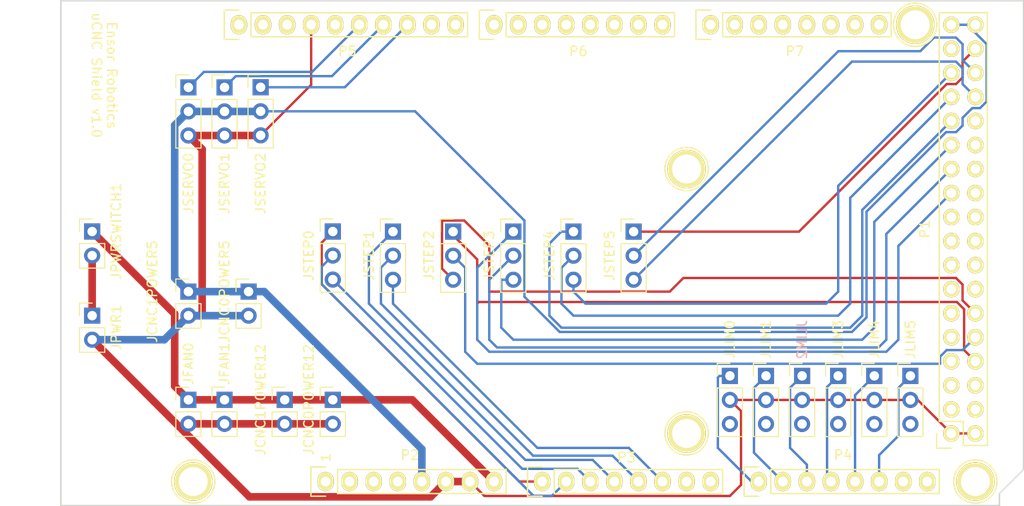
<source format=kicad_pcb>
(kicad_pcb (version 20211014) (generator pcbnew)
  (title_block (date "mar. 31 mars 2015"))
  (layers (0 "F.Cu" signal) (31 "B.Cu" signal) (34 "B.Paste" user) (35 "F.Paste" user) (36 "B.SilkS" user "B.Silkscreen") (37 "F.SilkS" user "F.Silkscreen") (38 "B.Mask" user) (39 "F.Mask" user) (44 "Edge.Cuts" user))
  (net 0 "")
  (net 1 "GND")
  (net 2 "/52(SCK)")
  (net 3 "/53(SS)")
  (net 4 "/50(MISO)")
  (net 5 "/51(MOSI)")
  (net 6 "/48")
  (net 7 "/49")
  (net 8 "/46")
  (net 9 "/47")
  (net 10 "/44")
  (net 11 "/45")
  (net 12 "/42")
  (net 13 "/43")
  (net 14 "/40")
  (net 15 "/41")
  (net 16 "/38")
  (net 17 "/39")
  (net 19 "/37")
  (net 20 "/34")
  (net 21 "/35")
  (net 22 "/32")
  (net 23 "/33")
  (net 24 "/30")
  (net 25 "/31")
  (net 26 "/28")
  (net 27 "/29")
  (net 28 "/26")
  (net 29 "/27")
  (net 30 "/24")
  (net 31 "/25")
  (net 32 "/22")
  (net 33 "/23")
  (net 34 "+5V")
  (net 35 "/IOREF")
  (net 36 "/Reset")
  (net 37 "/Vin")
  (net 38 "/A0")
  (net 39 "/A1")
  (net 40 "/A2")
  (net 41 "/A3")
  (net 42 "/A4")
  (net 43 "/A5")
  (net 44 "/A6")
  (net 45 "/A7")
  (net 46 "/A8")
  (net 47 "/A9")
  (net 48 "/A10")
  (net 49 "/A11")
  (net 50 "/A12")
  (net 51 "/A13")
  (net 52 "/A14")
  (net 53 "/A15")
  (net 54 "/SCL")
  (net 55 "/SDA")
  (net 56 "/AREF")
  (net 57 "/13(**)")
  (net 58 "/12(**)")
  (net 59 "/11(**)")
  (net 60 "/10(**)")
  (net 61 "/9(**)")
  (net 62 "/8(**)")
  (net 63 "/7(**)")
  (net 64 "/6(**)")
  (net 65 "/5(**)")
  (net 66 "/4(**)")
  (net 67 "/3(**)")
  (net 68 "/2(**)")
  (net 69 "/20(SDA)")
  (net 70 "/21(SCL)")
  (net 77 "+3V3")
  (net 78 "/1(Tx0)")
  (net 79 "/0(Rx0)")
  (net 80 "/14(Tx3)")
  (net 81 "/15(Rx3)")
  (net 82 "/16(Tx2)")
  (net 83 "/17(Rx2)")
  (net 84 "/18(Tx1)")
  (net 85 "/19(Rx1)")
  (net 92 "Net-(JPWR1-Pad1)")
  (footprint "Socket_Arduino_Mega:Socket_Strip_Arduino_2x18" (layer "F.Cu") (at 197.358 114.046 90)
    (fp_text reference "P1" (at 21.59 -2.794 90) (layer "F.SilkS"))
    (fp_text value "Digital")
    (pad "1" thru_hole circle locked (at 0 0 90) (size 1.7272 1.7272) (drill 1.016) (layers *.Cu *.Mask "F.SilkS") (net 1 "GND"))
    (pad "2" thru_hole oval locked (at 0 2.54 90) (size 1.7272 1.7272) (drill 1.016) (layers *.Cu *.Mask "F.SilkS") (net 1 "GND"))
    (pad "3" thru_hole oval locked (at 2.54 0 90) (size 1.7272 1.7272) (drill 1.016) (layers *.Cu *.Mask "F.SilkS") (net 2 "/52(SCK)"))
    (pad "4" thru_hole oval locked (at 2.54 2.54 90) (size 1.7272 1.7272) (drill 1.016) (layers *.Cu *.Mask "F.SilkS") (net 3 "/53(SS)"))
    (pad "5" thru_hole oval locked (at 5.08 0 90) (size 1.7272 1.7272) (drill 1.016) (layers *.Cu *.Mask "F.SilkS") (net 4 "/50(MISO)"))
    (pad "6" thru_hole oval locked (at 5.08 2.54 90) (size 1.7272 1.7272) (drill 1.016) (layers *.Cu *.Mask "F.SilkS") (net 5 "/51(MOSI)"))
    (pad "7" thru_hole oval locked (at 7.62 0 90) (size 1.7272 1.7272) (drill 1.016) (layers *.Cu *.Mask "F.SilkS") (net 6 "/48"))
    (pad "8" thru_hole oval locked (at 7.62 2.54 90) (size 1.7272 1.7272) (drill 1.016) (layers *.Cu *.Mask "F.SilkS") (net 7 "/49"))
    (pad "9" thru_hole oval locked (at 10.16 0 90) (size 1.7272 1.7272) (drill 1.016) (layers *.Cu *.Mask "F.SilkS") (net 8 "/46"))
    (pad "10" thru_hole oval locked (at 10.16 2.54 90) (size 1.7272 1.7272) (drill 1.016) (layers *.Cu *.Mask "F.SilkS") (net 9 "/47"))
    (pad "11" thru_hole oval locked (at 12.7 0 90) (size 1.7272 1.7272) (drill 1.016) (layers *.Cu *.Mask "F.SilkS") (net 10 "/44"))
    (pad "12" thru_hole oval locked (at 12.7 2.54 90) (size 1.7272 1.7272) (drill 1.016) (layers *.Cu *.Mask "F.SilkS") (net 11 "/45"))
    (pad "13" thru_hole oval locked (at 15.24 0 90) (size 1.7272 1.7272) (drill 1.016) (layers *.Cu *.Mask "F.SilkS") (net 12 "/42"))
    (pad "14" thru_hole oval locked (at 15.24 2.54 90) (size 1.7272 1.7272) (drill 1.016) (layers *.Cu *.Mask "F.SilkS") (net 13 "/43"))
    (pad "15" thru_hole oval locked (at 17.78 0 90) (size 1.7272 1.7272) (drill 1.016) (layers *.Cu *.Mask "F.SilkS") (net 14 "/40"))
    (pad "16" thru_hole oval locked (at 17.78 2.54 90) (size 1.7272 1.7272) (drill 1.016) (layers *.Cu *.Mask "F.SilkS") (net 15 "/41"))
    (pad "17" thru_hole oval locked (at 20.32 0 90) (size 1.7272 1.7272) (drill 1.016) (layers *.Cu *.Mask "F.SilkS") (net 16 "/38"))
    (pad "18" thru_hole oval locked (at 20.32 2.54 90) (size 1.7272 1.7272) (drill 1.016) (layers *.Cu *.Mask "F.SilkS") (net 17 "/39"))
    (pad "19" thru_hole oval locked (at 22.86 0 90) (size 1.7272 1.7272) (drill 1.016) (layers *.Cu *.Mask "F.SilkS"))
    (pad "20" thru_hole oval locked (at 22.86 2.54 90) (size 1.7272 1.7272) (drill 1.016) (layers *.Cu *.Mask "F.SilkS") (net 19 "/37"))
    (pad "21" thru_hole oval locked (at 25.4 0 90) (size 1.7272 1.7272) (drill 1.016) (layers *.Cu *.Mask "F.SilkS") (net 20 "/34"))
    (pad "22" thru_hole oval locked (at 25.4 2.54 90) (size 1.7272 1.7272) (drill 1.016) (layers *.Cu *.Mask "F.SilkS") (net 21 "/35"))
    (pad "23" thru_hole oval locked (at 27.94 0 90) (size 1.7272 1.7272) (drill 1.016) (layers *.Cu *.Mask "F.SilkS") (net 22 "/32"))
    (pad "24" thru_hole oval locked (at 27.94 2.54 90) (size 1.7272 1.7272) (drill 1.016) (layers *.Cu *.Mask "F.SilkS") (net 23 "/33"))
    (pad "25" thru_hole oval locked (at 30.48 0 90) (size 1.7272 1.7272) (drill 1.016) (layers *.Cu *.Mask "F.SilkS") (net 24 "/30"))
    (pad "26" thru_hole oval locked (at 30.48 2.54 90) (size 1.7272 1.7272) (drill 1.016) (layers *.Cu *.Mask "F.SilkS") (net 25 "/31"))
    (pad "27" thru_hole oval locked (at 33.02 0 90) (size 1.7272 1.7272) (drill 1.016) (layers *.Cu *.Mask "F.SilkS") (net 26 "/28"))
    (pad "28" thru_hole oval locked (at 33.02 2.54 90) (size 1.7272 1.7272) (drill 1.016) (layers *.Cu *.Mask "F.SilkS") (net 27 "/29"))
    (pad "29" thru_hole oval locked (at 35.56 0 90) (size 1.7272 1.7272) (drill 1.016) (layers *.Cu *.Mask "F.SilkS") (net 28 "/26"))
    (pad "30" thru_hole oval locked (at 35.56 2.54 90) (size 1.7272 1.7272) (drill 1.016) (layers *.Cu *.Mask "F.SilkS") (net 29 "/27"))
    (pad "31" thru_hole oval locked (at 38.1 0 90) (size 1.7272 1.7272) (drill 1.016) (layers *.Cu *.Mask "F.SilkS") (net 30 "/24"))
    (pad "32" thru_hole oval locked (at 38.1 2.54 90) (size 1.7272 1.7272) (drill 1.016) (layers *.Cu *.Mask "F.SilkS") (net 31 "/25"))
    (pad "33" thru_hole oval locked (at 40.64 0 90) (size 1.7272 1.7272) (drill 1.016) (layers *.Cu *.Mask "F.SilkS") (net 32 "/22"))
    (pad "34" thru_hole oval locked (at 40.64 2.54 90) (size 1.7272 1.7272) (drill 1.016) (layers *.Cu *.Mask "F.SilkS") (net 33 "/23"))
    (pad "35" thru_hole oval locked (at 43.18 0 90) (size 1.7272 1.7272) (drill 1.016) (layers *.Cu *.Mask "F.SilkS") (net 34 "+5V"))
    (pad "36" thru_hole oval locked (at 43.18 2.54 90) (size 1.7272 1.7272) (drill 1.016) (layers *.Cu *.Mask "F.SilkS") (net 34 "+5V"))
  )
  (footprint "Socket_Arduino_Mega:Socket_Strip_Arduino_1x08" (layer "F.Cu") (at 131.318 119.126)
    (fp_text reference "P2" (at 8.89 -2.794) (layer "F.SilkS"))
    (fp_text value "Power")
    (pad "1" thru_hole oval locked (at 0 0) (size 1.7272 2.032) (drill 1.016) (layers *.Cu *.Mask "F.SilkS"))
    (pad "2" thru_hole oval locked (at 2.54 0) (size 1.7272 2.032) (drill 1.016) (layers *.Cu *.Mask "F.SilkS") (net 35 "/IOREF"))
    (pad "3" thru_hole oval locked (at 5.08 0) (size 1.7272 2.032) (drill 1.016) (layers *.Cu *.Mask "F.SilkS") (net 36 "/Reset"))
    (pad "4" thru_hole oval locked (at 7.62 0) (size 1.7272 2.032) (drill 1.016) (layers *.Cu *.Mask "F.SilkS") (net 77 "+3V3"))
    (pad "5" thru_hole oval locked (at 10.16 0) (size 1.7272 2.032) (drill 1.016) (layers *.Cu *.Mask "F.SilkS") (net 34 "+5V"))
    (pad "6" thru_hole oval locked (at 12.7 0) (size 1.7272 2.032) (drill 1.016) (layers *.Cu *.Mask "F.SilkS") (net 1 "GND"))
    (pad "7" thru_hole oval locked (at 15.24 0) (size 1.7272 2.032) (drill 1.016) (layers *.Cu *.Mask "F.SilkS") (net 1 "GND"))
    (pad "8" thru_hole oval locked (at 17.78 0) (size 1.7272 2.032) (drill 1.016) (layers *.Cu *.Mask "F.SilkS") (net 37 "/Vin"))
  )
  (footprint "Socket_Arduino_Mega:Socket_Strip_Arduino_1x08" (layer "F.Cu") (at 154.178 119.126)
    (fp_text reference "P3" (at 8.89 -2.54) (layer "F.SilkS"))
    (fp_text value "Analog")
    (pad "1" thru_hole oval locked (at 0 0) (size 1.7272 2.032) (drill 1.016) (layers *.Cu *.Mask "F.SilkS") (net 38 "/A0"))
    (pad "2" thru_hole oval locked (at 2.54 0) (size 1.7272 2.032) (drill 1.016) (layers *.Cu *.Mask "F.SilkS") (net 39 "/A1"))
    (pad "3" thru_hole oval locked (at 5.08 0) (size 1.7272 2.032) (drill 1.016) (layers *.Cu *.Mask "F.SilkS") (net 40 "/A2"))
    (pad "4" thru_hole oval locked (at 7.62 0) (size 1.7272 2.032) (drill 1.016) (layers *.Cu *.Mask "F.SilkS") (net 41 "/A3"))
    (pad "5" thru_hole oval locked (at 10.16 0) (size 1.7272 2.032) (drill 1.016) (layers *.Cu *.Mask "F.SilkS") (net 42 "/A4"))
    (pad "6" thru_hole oval locked (at 12.7 0) (size 1.7272 2.032) (drill 1.016) (layers *.Cu *.Mask "F.SilkS") (net 43 "/A5"))
    (pad "7" thru_hole oval locked (at 15.24 0) (size 1.7272 2.032) (drill 1.016) (layers *.Cu *.Mask "F.SilkS") (net 44 "/A6"))
    (pad "8" thru_hole oval locked (at 17.78 0) (size 1.7272 2.032) (drill 1.016) (layers *.Cu *.Mask "F.SilkS") (net 45 "/A7"))
  )
  (footprint "Socket_Arduino_Mega:Socket_Strip_Arduino_1x08" (layer "F.Cu") (at 177.038 119.126)
    (fp_text reference "P4" (at 8.89 -2.794) (layer "F.SilkS"))
    (fp_text value "Analog")
    (pad "1" thru_hole oval locked (at 0 0) (size 1.7272 2.032) (drill 1.016) (layers *.Cu *.Mask "F.SilkS") (net 46 "/A8"))
    (pad "2" thru_hole oval locked (at 2.54 0) (size 1.7272 2.032) (drill 1.016) (layers *.Cu *.Mask "F.SilkS") (net 47 "/A9"))
    (pad "3" thru_hole oval locked (at 5.08 0) (size 1.7272 2.032) (drill 1.016) (layers *.Cu *.Mask "F.SilkS") (net 48 "/A10"))
    (pad "4" thru_hole oval locked (at 7.62 0) (size 1.7272 2.032) (drill 1.016) (layers *.Cu *.Mask "F.SilkS") (net 49 "/A11"))
    (pad "5" thru_hole oval locked (at 10.16 0) (size 1.7272 2.032) (drill 1.016) (layers *.Cu *.Mask "F.SilkS") (net 50 "/A12"))
    (pad "6" thru_hole oval locked (at 12.7 0) (size 1.7272 2.032) (drill 1.016) (layers *.Cu *.Mask "F.SilkS") (net 51 "/A13"))
    (pad "7" thru_hole oval locked (at 15.24 0) (size 1.7272 2.032) (drill 1.016) (layers *.Cu *.Mask "F.SilkS") (net 52 "/A14"))
    (pad "8" thru_hole oval locked (at 17.78 0) (size 1.7272 2.032) (drill 1.016) (layers *.Cu *.Mask "F.SilkS") (net 53 "/A15"))
  )
  (footprint "Socket_Arduino_Mega:Socket_Strip_Arduino_1x10" (layer "F.Cu") (at 122.174 70.866)
    (fp_text reference "P5" (at 11.43 2.794) (layer "F.SilkS"))
    (fp_text value "PWM")
    (pad "1" thru_hole oval locked (at 0 0) (size 1.7272 2.032) (drill 1.016) (layers *.Cu *.Mask "F.SilkS") (net 54 "/SCL"))
    (pad "2" thru_hole oval locked (at 2.54 0) (size 1.7272 2.032) (drill 1.016) (layers *.Cu *.Mask "F.SilkS") (net 55 "/SDA"))
    (pad "3" thru_hole oval locked (at 5.08 0) (size 1.7272 2.032) (drill 1.016) (layers *.Cu *.Mask "F.SilkS") (net 56 "/AREF"))
    (pad "4" thru_hole oval locked (at 7.62 0) (size 1.7272 2.032) (drill 1.016) (layers *.Cu *.Mask "F.SilkS") (net 1 "GND"))
    (pad "5" thru_hole oval locked (at 10.16 0) (size 1.7272 2.032) (drill 1.016) (layers *.Cu *.Mask "F.SilkS") (net 57 "/13(**)"))
    (pad "6" thru_hole oval locked (at 12.7 0) (size 1.7272 2.032) (drill 1.016) (layers *.Cu *.Mask "F.SilkS") (net 58 "/12(**)"))
    (pad "7" thru_hole oval locked (at 15.24 0) (size 1.7272 2.032) (drill 1.016) (layers *.Cu *.Mask "F.SilkS") (net 59 "/11(**)"))
    (pad "8" thru_hole oval locked (at 17.78 0) (size 1.7272 2.032) (drill 1.016) (layers *.Cu *.Mask "F.SilkS") (net 60 "/10(**)"))
    (pad "9" thru_hole oval locked (at 20.32 0) (size 1.7272 2.032) (drill 1.016) (layers *.Cu *.Mask "F.SilkS") (net 61 "/9(**)"))
    (pad "10" thru_hole oval locked (at 22.86 0) (size 1.7272 2.032) (drill 1.016) (layers *.Cu *.Mask "F.SilkS") (net 62 "/8(**)"))
  )
  (footprint "Socket_Arduino_Mega:Socket_Strip_Arduino_1x08" (layer "F.Cu") (at 149.098 70.866)
    (fp_text reference "P6" (at 8.89 2.794) (layer "F.SilkS"))
    (fp_text value "PWM")
    (pad "1" thru_hole oval locked (at 0 0) (size 1.7272 2.032) (drill 1.016) (layers *.Cu *.Mask "F.SilkS") (net 63 "/7(**)"))
    (pad "2" thru_hole oval locked (at 2.54 0) (size 1.7272 2.032) (drill 1.016) (layers *.Cu *.Mask "F.SilkS") (net 64 "/6(**)"))
    (pad "3" thru_hole oval locked (at 5.08 0) (size 1.7272 2.032) (drill 1.016) (layers *.Cu *.Mask "F.SilkS") (net 65 "/5(**)"))
    (pad "4" thru_hole oval locked (at 7.62 0) (size 1.7272 2.032) (drill 1.016) (layers *.Cu *.Mask "F.SilkS") (net 66 "/4(**)"))
    (pad "5" thru_hole oval locked (at 10.16 0) (size 1.7272 2.032) (drill 1.016) (layers *.Cu *.Mask "F.SilkS") (net 67 "/3(**)"))
    (pad "6" thru_hole oval locked (at 12.7 0) (size 1.7272 2.032) (drill 1.016) (layers *.Cu *.Mask "F.SilkS") (net 68 "/2(**)"))
    (pad "7" thru_hole oval locked (at 15.24 0) (size 1.7272 2.032) (drill 1.016) (layers *.Cu *.Mask "F.SilkS") (net 78 "/1(Tx0)"))
    (pad "8" thru_hole oval locked (at 17.78 0) (size 1.7272 2.032) (drill 1.016) (layers *.Cu *.Mask "F.SilkS") (net 79 "/0(Rx0)"))
  )
  (footprint "Socket_Arduino_Mega:Socket_Strip_Arduino_1x08" (layer "F.Cu") (at 171.958 70.866)
    (fp_text reference "P7" (at 8.89 2.794) (layer "F.SilkS"))
    (fp_text value "Communication")
    (pad "1" thru_hole oval locked (at 0 0) (size 1.7272 2.032) (drill 1.016) (layers *.Cu *.Mask "F.SilkS") (net 80 "/14(Tx3)"))
    (pad "2" thru_hole oval locked (at 2.54 0) (size 1.7272 2.032) (drill 1.016) (layers *.Cu *.Mask "F.SilkS") (net 81 "/15(Rx3)"))
    (pad "3" thru_hole oval locked (at 5.08 0) (size 1.7272 2.032) (drill 1.016) (layers *.Cu *.Mask "F.SilkS") (net 82 "/16(Tx2)"))
    (pad "4" thru_hole oval locked (at 7.62 0) (size 1.7272 2.032) (drill 1.016) (layers *.Cu *.Mask "F.SilkS") (net 83 "/17(Rx2)"))
    (pad "5" thru_hole oval locked (at 10.16 0) (size 1.7272 2.032) (drill 1.016) (layers *.Cu *.Mask "F.SilkS") (net 84 "/18(Tx1)"))
    (pad "6" thru_hole oval locked (at 12.7 0) (size 1.7272 2.032) (drill 1.016) (layers *.Cu *.Mask "F.SilkS") (net 85 "/19(Rx1)"))
    (pad "7" thru_hole oval locked (at 15.24 0) (size 1.7272 2.032) (drill 1.016) (layers *.Cu *.Mask "F.SilkS") (net 69 "/20(SDA)"))
    (pad "8" thru_hole oval locked (at 17.78 0) (size 1.7272 2.032) (drill 1.016) (layers *.Cu *.Mask "F.SilkS") (net 70 "/21(SCL)"))
  )
  (footprint "Socket_Arduino_Mega:Arduino_1pin" (layer "F.Cu") (at 117.348 119.126)
    (fp_text reference "P8" hide)
    (fp_text value "CONN_01X01" hide)
    (pad "1" thru_hole circle locked (at 0 0) (size 4.064 4.064) (drill 3.048) (layers *.Cu *.Mask "F.SilkS"))
  )
  (footprint "Socket_Arduino_Mega:Arduino_1pin" (layer "F.Cu") (at 169.418 114.046)
    (fp_text reference "P9" hide)
    (fp_text value "CONN_01X01" hide)
    (pad "1" thru_hole circle locked (at 0 0) (size 4.064 4.064) (drill 3.048) (layers *.Cu *.Mask "F.SilkS"))
  )
  (footprint "Socket_Arduino_Mega:Arduino_1pin" (layer "F.Cu") (at 199.898 119.126)
    (fp_text reference "P10" hide)
    (fp_text value "CONN_01X01" hide)
    (pad "1" thru_hole circle locked (at 0 0) (size 4.064 4.064) (drill 3.048) (layers *.Cu *.Mask "F.SilkS"))
  )
  (footprint "Socket_Arduino_Mega:Arduino_1pin" (layer "F.Cu") (at 169.418 86.106)
    (fp_text reference "P12" hide)
    (fp_text value "CONN_01X01" hide)
    (pad "1" thru_hole circle locked (at 0 0) (size 4.064 4.064) (drill 3.048) (layers *.Cu *.Mask "F.SilkS"))
  )
  (footprint "Socket_Arduino_Mega:Arduino_1pin" (layer "F.Cu") (at 193.548 70.866)
    (fp_text reference "P13" hide)
    (fp_text value "CONN_01X01" hide)
    (pad "1" thru_hole circle locked (at 0 0) (size 4.064 4.064) (drill 3.048) (layers *.Cu *.Mask "F.SilkS"))
  )
  (footprint "Connector_PinHeader_2.54mm:PinHeader_1x03_P2.54mm_Vertical" (layer "F.Cu") (at 132.08 92.71)
    (fp_text reference "JSTEP0" (at -2.54 2.54 90) (layer "F.SilkS"))
    (fp_text value "Conn_01x03_Male")
    (pad "1" thru_hole rect (at 0 0) (size 1.7 1.7) (drill 1) (layers *.Cu *.Mask) (net 38 "/A0"))
    (pad "2" thru_hole oval (at 0 2.54) (size 1.7 1.7) (drill 1) (layers *.Cu *.Mask) (net 39 "/A1"))
    (pad "3" thru_hole oval (at 0 5.08) (size 1.7 1.7) (drill 1) (layers *.Cu *.Mask) (net 40 "/A2"))
  )
  (footprint "Connector_PinHeader_2.54mm:PinHeader_1x03_P2.54mm_Vertical" (layer "F.Cu") (at 181.61 107.965)
    (fp_text reference "JLIM2" (at 0 -3.825 90) (layer "B.SilkS") (effects (justify mirror)))
    (fp_text value "Conn_01x03_Male")
    (pad "1" thru_hole rect (at 0 0) (size 1.7 1.7) (drill 1) (layers *.Cu *.Mask) (net 48 "/A10"))
    (pad "2" thru_hole oval (at 0 2.54) (size 1.7 1.7) (drill 1) (layers *.Cu *.Mask) (net 1 "GND"))
    (pad "3" thru_hole oval (at 0 5.08) (size 1.7 1.7) (drill 1) (layers *.Cu *.Mask))
  )
  (footprint "Connector_PinHeader_2.54mm:PinHeader_1x03_P2.54mm_Vertical" (layer "F.Cu") (at 177.8 107.965)
    (fp_text reference "JLIM1" (at 0 -3.825 90) (layer "F.SilkS"))
    (fp_text value "Conn_01x03_Male")
    (pad "1" thru_hole rect (at 0 0) (size 1.7 1.7) (drill 1) (layers *.Cu *.Mask) (net 47 "/A9"))
    (pad "2" thru_hole oval (at 0 2.54) (size 1.7 1.7) (drill 1) (layers *.Cu *.Mask) (net 1 "GND"))
    (pad "3" thru_hole oval (at 0 5.08) (size 1.7 1.7) (drill 1) (layers *.Cu *.Mask))
  )
  (footprint "Connector_PinHeader_2.54mm:PinHeader_1x02_P2.54mm_Vertical" (layer "F.Cu") (at 120.65 110.49)
    (fp_text reference "JFAN1" (at 0 -3.81 90) (layer "F.SilkS"))
    (fp_text value "Conn_01x02_Male")
    (pad "1" thru_hole rect (at 0 0) (size 1.7 1.7) (drill 1) (layers *.Cu *.Mask) (net 37 "/Vin"))
    (pad "2" thru_hole oval (at 0 2.54) (size 1.7 1.7) (drill 1) (layers *.Cu *.Mask) (net 1 "GND"))
  )
  (footprint "Connector_PinHeader_2.54mm:PinHeader_1x03_P2.54mm_Vertical" (layer "F.Cu") (at 185.42 107.965)
    (fp_text reference "JLIM3" (at 0 -3.825 90) (layer "F.SilkS"))
    (fp_text value "Conn_01x03_Male")
    (pad "1" thru_hole rect (at 0 0) (size 1.7 1.7) (drill 1) (layers *.Cu *.Mask) (net 49 "/A11"))
    (pad "2" thru_hole oval (at 0 2.54) (size 1.7 1.7) (drill 1) (layers *.Cu *.Mask) (net 1 "GND"))
    (pad "3" thru_hole oval (at 0 5.08) (size 1.7 1.7) (drill 1) (layers *.Cu *.Mask))
  )
  (footprint "Connector_PinHeader_2.54mm:PinHeader_1x02_P2.54mm_Vertical" (layer "F.Cu") (at 127 110.49)
    (fp_text reference "JCNC1POWER12" (at -2.54 0 90) (layer "F.SilkS"))
    (fp_text value "Conn_01x02_Male")
    (pad "1" thru_hole rect (at 0 0) (size 1.7 1.7) (drill 1) (layers *.Cu *.Mask) (net 37 "/Vin"))
    (pad "2" thru_hole oval (at 0 2.54) (size 1.7 1.7) (drill 1) (layers *.Cu *.Mask) (net 1 "GND"))
  )
  (footprint "Connector_PinHeader_2.54mm:PinHeader_1x03_P2.54mm_Vertical" (layer "F.Cu") (at 163.83 92.725)
    (fp_text reference "JSTEP5" (at -2.54 2.54 90) (layer "F.SilkS"))
    (fp_text value "Conn_01x03_Male")
    (pad "1" thru_hole rect (at 0 0) (size 1.7 1.7) (drill 1) (layers *.Cu *.Mask) (net 33 "/23"))
    (pad "2" thru_hole oval locked (at 0 2.54) (size 1.7 1.7) (drill 1) (layers *.Cu *.Mask) (net 31 "/25"))
    (pad "3" thru_hole oval (at 0 5.08) (size 1.7 1.7) (drill 1) (layers *.Cu *.Mask) (net 29 "/27"))
  )
  (footprint "Connector_PinHeader_2.54mm:PinHeader_1x02_P2.54mm_Vertical" (layer "F.Cu") (at 123.19 99.06)
    (fp_text reference "JCNC0POWER5" (at -2.54 0 90) (layer "F.SilkS"))
    (fp_text value "Conn_01x02_Male")
    (pad "1" thru_hole rect (at 0 0) (size 1.7 1.7) (drill 1) (layers *.Cu *.Mask) (net 34 "+5V"))
    (pad "2" thru_hole oval (at 0 2.54) (size 1.7 1.7) (drill 1) (layers *.Cu *.Mask) (net 1 "GND"))
  )
  (footprint "Connector_PinHeader_2.54mm:PinHeader_1x03_P2.54mm_Vertical" (layer "F.Cu") (at 124.46 77.47)
    (fp_text reference "JSERVO2" (at 0 10.16 -90) (layer "F.SilkS"))
    (fp_text value "Conn_01x03_Male")
    (pad "1" thru_hole rect (at 0 0) (size 1.7 1.7) (drill 1) (layers *.Cu *.Mask) (net 60 "/10(**)"))
    (pad "2" thru_hole oval (at 0 2.54) (size 1.7 1.7) (drill 1) (layers *.Cu *.Mask) (net 34 "+5V"))
    (pad "3" thru_hole oval (at 0 5.08) (size 1.7 1.7) (drill 1) (layers *.Cu *.Mask) (net 1 "GND"))
  )
  (footprint "Connector_PinHeader_2.54mm:PinHeader_1x03_P2.54mm_Vertical" (layer "F.Cu") (at 189.23 107.965)
    (fp_text reference "JLIM4" (at 0 -3.825 90) (layer "F.SilkS"))
    (fp_text value "Conn_01x03_Male")
    (pad "1" thru_hole rect (at 0 0) (size 1.7 1.7) (drill 1) (layers *.Cu *.Mask) (net 50 "/A12"))
    (pad "2" thru_hole oval locked (at 0 2.54) (size 1.7 1.7) (drill 1) (layers *.Cu *.Mask) (net 1 "GND"))
    (pad "3" thru_hole oval (at 0 5.08) (size 1.7 1.7) (drill 1) (layers *.Cu *.Mask))
  )
  (footprint "Connector_PinHeader_2.54mm:PinHeader_1x02_P2.54mm_Vertical" (layer "F.Cu") (at 106.68 101.6)
    (fp_text reference "JPWR1" (at 2.54 1.27 90) (layer "F.SilkS"))
    (fp_text value "Conn_Coaxial_Power")
    (pad "1" thru_hole rect (at 0 0) (size 1.7 1.7) (drill 1) (layers *.Cu *.Mask) (net 92 "Net-(JPWR1-Pad1)"))
    (pad "2" thru_hole oval (at 0 2.54) (size 1.7 1.7) (drill 1) (layers *.Cu *.Mask) (net 1 "GND"))
  )
  (footprint "Connector_PinHeader_2.54mm:PinHeader_1x03_P2.54mm_Vertical" (layer "F.Cu") (at 120.65 77.485)
    (fp_text reference "JSERVO1" (at 0 10.145 90) (layer "F.SilkS"))
    (fp_text value "Conn_01x03_Male")
    (pad "1" thru_hole rect (at 0 0) (size 1.7 1.7) (drill 1) (layers *.Cu *.Mask) (net 59 "/11(**)"))
    (pad "2" thru_hole oval (at 0 2.54) (size 1.7 1.7) (drill 1) (layers *.Cu *.Mask) (net 34 "+5V"))
    (pad "3" thru_hole oval (at 0 5.08) (size 1.7 1.7) (drill 1) (layers *.Cu *.Mask) (net 1 "GND"))
  )
  (footprint "Connector_PinHeader_2.54mm:PinHeader_1x03_P2.54mm_Vertical" (layer "F.Cu") (at 138.43 92.725)
    (fp_text reference "JSTEP1" (at -2.54 2.525 90) (layer "F.SilkS"))
    (fp_text value "Conn_01x03_Male")
    (pad "1" thru_hole rect (at 0 0) (size 1.7 1.7) (drill 1) (layers *.Cu *.Mask) (net 41 "/A3"))
    (pad "2" thru_hole oval (at 0 2.54) (size 1.7 1.7) (drill 1) (layers *.Cu *.Mask) (net 42 "/A4"))
    (pad "3" thru_hole oval (at 0 5.08) (size 1.7 1.7) (drill 1) (layers *.Cu *.Mask) (net 43 "/A5"))
  )
  (footprint "Connector_PinHeader_2.54mm:PinHeader_1x02_P2.54mm_Vertical" (layer "F.Cu") (at 132.08 110.49)
    (fp_text reference "JCNC0POWER12" (at -2.54 0 90) (layer "F.SilkS"))
    (fp_text value "Conn_01x02_Male")
    (pad "1" thru_hole rect (at 0 0) (size 1.7 1.7) (drill 1) (layers *.Cu *.Mask) (net 37 "/Vin"))
    (pad "2" thru_hole oval (at 0 2.54) (size 1.7 1.7) (drill 1) (layers *.Cu *.Mask) (net 1 "GND"))
  )
  (footprint "Connector_PinHeader_2.54mm:PinHeader_1x03_P2.54mm_Vertical" (layer "F.Cu") (at 151.13 92.725)
    (fp_text reference "JSTEP3" (at -2.54 2.54 90) (layer "F.SilkS"))
    (fp_text value "Conn_01x03_Male")
    (pad "1" thru_hole rect (at 0 0) (size 1.7 1.7) (drill 1) (layers *.Cu *.Mask) (net 20 "/34"))
    (pad "2" thru_hole oval (at 0 2.54) (size 1.7 1.7) (drill 1) (layers *.Cu *.Mask) (net 22 "/32"))
    (pad "3" thru_hole oval (at 0 5.08) (size 1.7 1.7) (drill 1) (layers *.Cu *.Mask) (net 24 "/30"))
  )
  (footprint "Connector_PinHeader_2.54mm:PinHeader_1x03_P2.54mm_Vertical" (layer "F.Cu") (at 193.04 107.965)
    (fp_text reference "JLIM5" (at 0 -3.825 90) (layer "F.SilkS"))
    (fp_text value "Conn_01x03_Male")
    (pad "1" thru_hole rect (at 0 0) (size 1.7 1.7) (drill 1) (layers *.Cu *.Mask) (net 51 "/A13"))
    (pad "2" thru_hole oval locked (at 0 2.54) (size 1.7 1.7) (drill 1) (layers *.Cu *.Mask) (net 1 "GND"))
    (pad "3" thru_hole oval (at 0 5.08) (size 1.7 1.7) (drill 1) (layers *.Cu *.Mask))
  )
  (footprint "Connector_PinHeader_2.54mm:PinHeader_1x03_P2.54mm_Vertical" (layer "F.Cu") (at 144.78 92.725)
    (fp_text reference "JSTEP2" (at -2.54 2.54 90) (layer "F.SilkS"))
    (fp_text value "Conn_01x03_Male")
    (pad "1" thru_hole rect (at 0 0) (size 1.7 1.7) (drill 1) (layers *.Cu *.Mask) (net 7 "/49"))
    (pad "2" thru_hole oval (at 0 2.54) (size 1.7 1.7) (drill 1) (layers *.Cu *.Mask) (net 9 "/47"))
    (pad "3" thru_hole oval (at 0 5.08) (size 1.7 1.7) (drill 1) (layers *.Cu *.Mask) (net 11 "/45"))
  )
  (footprint "Connector_PinHeader_2.54mm:PinHeader_1x03_P2.54mm_Vertical" (layer "F.Cu") (at 157.48 92.725)
    (fp_text reference "JSTEP4" (at -2.54 2.54 90) (layer "F.SilkS"))
    (fp_text value "Conn_01x03_Male")
    (pad "1" thru_hole rect (at 0 0) (size 1.7 1.7) (drill 1) (layers *.Cu *.Mask) (net 26 "/28"))
    (pad "2" thru_hole oval locked (at 0 2.54) (size 1.7 1.7) (drill 1) (layers *.Cu *.Mask) (net 28 "/26"))
    (pad "3" thru_hole oval (at 0 5.08) (size 1.7 1.7) (drill 1) (layers *.Cu *.Mask) (net 30 "/24"))
  )
  (footprint "Connector_PinHeader_2.54mm:PinHeader_1x02_P2.54mm_Vertical" (layer "F.Cu") (at 116.84 99.06)
    (fp_text reference "JCNC1POWER5" (at -3.81 0 270) (layer "F.SilkS"))
    (fp_text value "Conn_01x02_Male")
    (pad "1" thru_hole rect (at 0 0) (size 1.7 1.7) (drill 1) (layers *.Cu *.Mask) (net 34 "+5V"))
    (pad "2" thru_hole oval (at 0 2.54) (size 1.7 1.7) (drill 1) (layers *.Cu *.Mask) (net 1 "GND"))
  )
  (footprint "Connector_PinHeader_2.54mm:PinHeader_1x02_P2.54mm_Vertical" (layer "F.Cu") (at 106.68 92.71)
    (fp_text reference "JPWRSWITCH1" (at 2.54 0 90) (layer "F.SilkS"))
    (fp_text value "Conn_01x02_Male")
    (pad "1" thru_hole rect (at 0 0) (size 1.7 1.7) (drill 1) (layers *.Cu *.Mask) (net 37 "/Vin"))
    (pad "2" thru_hole oval (at 0 2.54) (size 1.7 1.7) (drill 1) (layers *.Cu *.Mask) (net 92 "Net-(JPWR1-Pad1)"))
  )
  (footprint "Connector_PinHeader_2.54mm:PinHeader_1x03_P2.54mm_Vertical" (layer "F.Cu") (at 173.99 107.965)
    (fp_text reference "JLIM0" (at 0 -3.825 90) (layer "F.SilkS"))
    (fp_text value "Conn_01x03_Male")
    (pad "1" thru_hole rect (at 0 0) (size 1.7 1.7) (drill 1) (layers *.Cu *.Mask) (net 46 "/A8"))
    (pad "2" thru_hole oval (at 0 2.54) (size 1.7 1.7) (drill 1) (layers *.Cu *.Mask) (net 1 "GND"))
    (pad "3" thru_hole oval (at 0 5.08) (size 1.7 1.7) (drill 1) (layers *.Cu *.Mask))
  )
  (footprint "Connector_PinHeader_2.54mm:PinHeader_1x03_P2.54mm_Vertical" (layer "F.Cu") (at 116.84 77.485)
    (fp_text reference "JSERVO0" (at 0 10.145 -90) (layer "F.SilkS"))
    (fp_text value "Conn_01x03_Male")
    (pad "1" thru_hole rect (at 0 0) (size 1.7 1.7) (drill 1) (layers *.Cu *.Mask) (net 58 "/12(**)"))
    (pad "2" thru_hole oval (at 0 2.54) (size 1.7 1.7) (drill 1) (layers *.Cu *.Mask) (net 34 "+5V"))
    (pad "3" thru_hole oval (at 0 5.08) (size 1.7 1.7) (drill 1) (layers *.Cu *.Mask) (net 1 "GND"))
  )
  (footprint "Connector_PinHeader_2.54mm:PinHeader_1x02_P2.54mm_Vertical" (layer "F.Cu") (at 116.84 110.49)
    (fp_text reference "JFAN0" (at 0 -3.81 90) (layer "F.SilkS"))
    (fp_text value "Conn_01x02_Male")
    (pad "1" thru_hole rect (at 0 0) (size 1.7 1.7) (drill 1) (layers *.Cu *.Mask) (net 37 "/Vin"))
    (pad "2" thru_hole oval (at 0 2.54) (size 1.7 1.7) (drill 1) (layers *.Cu *.Mask) (net 1 "GND"))
  )
  (gr_line (start 103.378 121.666) (end 103.378 68.326) (layer "Edge.Cuts") (width 0.15))
  (gr_line (start 199.898 68.326) (end 204.978 68.326) (layer "Edge.Cuts") (width 0.15))
  (gr_line (start 204.978 117.856) (end 204.978 83.566) (layer "Edge.Cuts") (width 0.15))
  (gr_line (start 204.978 68.326) (end 204.978 83.566) (layer "Edge.Cuts") (width 0.15))
  (gr_line (start 202.438 121.666) (end 103.378 121.666) (layer "Edge.Cuts") (width 0.15))
  (gr_line (start 103.378 68.326) (end 199.898 68.326) (layer "Edge.Cuts") (width 0.15))
  (gr_line (start 204.978 117.856) (end 202.438 120.396) (layer "Edge.Cuts") (width 0.15))
  (gr_line (start 202.438 120.396) (end 202.438 121.666) (layer "Edge.Cuts") (width 0.15))
  (gr_text "Ensor Robotics\nuCNC Shield v1.0" (at 107.95 76.2 -90) (layer "F.SilkS") (effects (font (size 1 1))))
  (gr_text "1" (at 131.318 116.586 90) (layer "F.SilkS") (effects (font (size 1 1))))
  (segment (start 123.28152 120.74152) (end 142.40248 120.74152) (width 0.8) (layer "F.Cu") (net 1))
  (segment (start 116.84 113.03) (end 115.57 113.03) (width 0.25) (layer "F.Cu") (net 1))
  (segment (start 142.40248 120.74152) (end 144.018 119.126) (width 0.8) (layer "F.Cu") (net 1))
  (segment (start 197.358 114.046) (end 199.405 114.046) (width 0.25) (layer "F.Cu") (net 1))
  (segment (start 197.358 114.046) (end 193.817 110.505) (width 0.25) (layer "F.Cu") (net 1))
  (segment (start 173.99 110.505) (end 175.164511 111.679511) (width 0.25) (layer "F.Cu") (net 1))
  (segment (start 116.84 82.565) (end 120.65 82.565) (width 0.8) (layer "F.Cu") (net 1))
  (segment (start 124.46 82.55) (end 129.794 77.216) (width 0.25) (layer "F.Cu") (net 1))
  (segment (start 193.04 110.505) (end 189.23 110.505) (width 0.25) (layer "F.Cu") (net 1))
  (segment (start 189.23 110.505) (end 185.42 110.505) (width 0.25) (layer "F.Cu") (net 1))
  (segment (start 118.289511 101.35257) (end 118.289511 84.014511) (width 0.8) (layer "F.Cu") (net 1))
  (segment (start 173.99 120.65) (end 148.082 120.65) (width 0.25) (layer "F.Cu") (net 1))
  (segment (start 124.445 82.565) (end 124.46 82.55) (width 0.8) (layer "F.Cu") (net 1))
  (segment (start 129.794 77.216) (end 129.794 70.866) (width 0.25) (layer "F.Cu") (net 1))
  (segment (start 127 113.03) (end 132.08 113.03) (width 0.8) (layer "F.Cu") (net 1))
  (segment (start 120.65 113.03) (end 127 113.03) (width 0.8) (layer "F.Cu") (net 1))
  (segment (start 148.082 120.65) (end 146.558 119.126) (width 0.25) (layer "F.Cu") (net 1))
  (segment (start 120.65 82.565) (end 124.445 82.565) (width 0.8) (layer "F.Cu") (net 1))
  (segment (start 144.018 119.126) (end 146.558 119.126) (width 0.8) (layer "F.Cu") (net 1))
  (segment (start 177.8 110.505) (end 173.99 110.505) (width 0.25) (layer "F.Cu") (net 1))
  (segment (start 116.84 113.03) (end 120.65 113.03) (width 0.8) (layer "F.Cu") (net 1))
  (segment (start 185.42 110.505) (end 181.61 110.505) (width 0.25) (layer "F.Cu") (net 1))
  (segment (start 181.61 110.505) (end 177.8 110.505) (width 0.25) (layer "F.Cu") (net 1))
  (segment (start 193.817 110.505) (end 193.04 110.505) (width 0.25) (layer "F.Cu") (net 1))
  (segment (start 116.84 101.6) (end 118.042081 101.6) (width 0.8) (layer "F.Cu") (net 1))
  (segment (start 118.042081 101.6) (end 118.289511 101.35257) (width 0.8) (layer "F.Cu") (net 1))
  (segment (start 175.164511 119.475489) (end 173.99 120.65) (width 0.25) (layer "F.Cu") (net 1))
  (segment (start 106.68 104.14) (end 123.28152 120.74152) (width 0.8) (layer "F.Cu") (net 1))
  (segment (start 118.289511 84.014511) (end 116.84 82.565) (width 0.8) (layer "F.Cu") (net 1))
  (segment (start 175.164511 111.679511) (end 175.164511 119.475489) (width 0.25) (layer "F.Cu") (net 1))
  (segment (start 116.84 101.6) (end 123.19 101.6) (width 0.8) (layer "B.Cu") (net 1))
  (segment (start 106.68 104.14) (end 114.3 104.14) (width 0.8) (layer "B.Cu") (net 1))
  (segment (start 114.3 104.14) (end 116.84 101.6) (width 0.8) (layer "B.Cu") (net 1))
  (segment (start 198.709889 100.919889) (end 198.709889 105.237889) (width 0.25) (layer "F.Cu") (net 7))
  (segment (start 144.78 93.11601) (end 147.32 95.65601) (width 0.25) (layer "F.Cu") (net 7))
  (segment (start 197.947889 100.157889) (end 198.709889 100.919889) (width 0.25) (layer "F.Cu") (net 7))
  (segment (start 144.78 92.725) (end 144.78 93.11601) (width 0.25) (layer "F.Cu") (net 7))
  (segment (start 147.32 100.33) (end 147.492111 100.157889) (width 0.25) (layer "F.Cu") (net 7))
  (segment (start 147.32 95.65601) (end 147.32 100.33) (width 0.25) (layer "F.Cu") (net 7))
  (segment (start 147.492111 100.157889) (end 197.947889 100.157889) (width 0.25) (layer "F.Cu") (net 7))
  (segment (start 198.709889 105.237889) (end 199.898 106.426) (width 0.25) (layer "F.Cu") (net 7))
  (segment (start 146.05 96.535) (end 146.05 105.41) (width 0.25) (layer "B.Cu") (net 9))
  (segment (start 146.05 105.41) (end 147.32 106.68) (width 0.25) (layer "B.Cu") (net 9))
  (segment (start 198.546111 105.237889) (end 199.898 103.886) (width 0.25) (layer "B.Cu") (net 9))
  (segment (start 147.32 106.68) (end 196.169889 106.68) (width 0.25) (layer "B.Cu") (net 9))
  (segment (start 196.865867 105.237889) (end 198.546111 105.237889) (width 0.25) (layer "B.Cu") (net 9))
  (segment (start 196.169889 106.68) (end 196.169889 105.933867) (width 0.25) (layer "B.Cu") (net 9))
  (segment (start 144.78 95.265) (end 146.05 96.535) (width 0.25) (layer "B.Cu") (net 9))
  (segment (start 196.169889 105.933867) (end 196.865867 105.237889) (width 0.25) (layer "B.Cu") (net 9))
  (segment (start 198.546111 98.313867) (end 197.850133 97.617889) (width 0.25) (layer "F.Cu") (net 11))
  (segment (start 198.546111 99.994111) (end 198.546111 98.313867) (width 0.25) (layer "F.Cu") (net 11))
  (segment (start 199.898 101.346) (end 198.546111 99.994111) (width 0.25) (layer "F.Cu") (net 11))
  (segment (start 148.59 94.185978) (end 145.954511 91.550489) (width 0.25) (layer "F.Cu") (net 11))
  (segment (start 143.605489 96.630489) (end 144.78 97.805) (width 0.25) (layer "F.Cu") (net 11))
  (segment (start 148.59 99.06) (end 148.59 94.185978) (width 0.25) (layer "F.Cu") (net 11))
  (segment (start 169.082111 97.617889) (end 167.64 99.06) (width 0.25) (layer "F.Cu") (net 11))
  (segment (start 197.850133 97.617889) (end 169.082111 97.617889) (width 0.25) (layer "F.Cu") (net 11))
  (segment (start 167.64 99.06) (end 148.59 99.06) (width 0.25) (layer "F.Cu") (net 11))
  (segment (start 145.954511 91.550489) (end 143.605489 91.550489) (width 0.25) (layer "F.Cu") (net 11))
  (segment (start 143.605489 91.550489) (end 143.605489 96.630489) (width 0.25) (layer "F.Cu") (net 11))
  (segment (start 191.77 94.234) (end 191.77 104.14) (width 0.25) (layer "B.Cu") (net 20))
  (segment (start 151.13 92.725) (end 147.32 96.535) (width 0.25) (layer "B.Cu") (net 20))
  (segment (start 147.32 104.14) (end 148.59 105.41) (width 0.25) (layer "B.Cu") (net 20))
  (segment (start 191.897 94.107) (end 197.358 88.646) (width 0.25) (layer "B.Cu") (net 20))
  (segment (start 191.77 94.234) (end 191.897 94.107) (width 0.25) (layer "B.Cu") (net 20))
  (segment (start 191.77 104.14) (end 190.5 105.41) (width 0.25) (layer "B.Cu") (net 20))
  (segment (start 147.32 96.535) (end 147.32 104.14) (width 0.25) (layer "B.Cu") (net 20))
  (segment (start 190.5 105.41) (end 148.59 105.41) (width 0.25) (layer "B.Cu") (net 20))
  (segment (start 149.41048 104.96048) (end 189.67952 104.96048) (width 0.25) (layer "B.Cu") (net 22))
  (segment (start 189.67952 104.96048) (end 190.5 104.14) (width 0.25) (layer "B.Cu") (net 22))
  (segment (start 151.13 95.265) (end 148.59 97.805) (width 0.25) (layer "B.Cu") (net 22))
  (segment (start 190.5 104.14) (end 190.5 92.964) (width 0.25) (layer "B.Cu") (net 22))
  (segment (start 148.59 97.805) (end 148.59 104.14) (width 0.25) (layer "B.Cu") (net 22))
  (segment (start 148.59 104.14) (end 149.41048 104.96048) (width 0.25) (layer "B.Cu") (net 22))
  (segment (start 190.5 92.964) (end 197.358 86.106) (width 0.25) (layer "B.Cu") (net 22))
  (segment (start 151.13 104.14) (end 187.96 104.14) (width 0.25) (layer "B.Cu") (net 24))
  (segment (start 149.86 102.87) (end 151.13 104.14) (width 0.25) (layer "B.Cu") (net 24))
  (segment (start 189.23 102.87) (end 189.23 91.694) (width 0.25) (layer "B.Cu") (net 24))
  (segment (start 151.13 97.805) (end 149.875 97.805) (width 0.25) (layer "B.Cu") (net 24))
  (segment (start 149.875 97.805) (end 149.86 97.79) (width 0.25) (layer "B.Cu") (net 24))
  (segment (start 187.96 104.14) (end 189.23 102.87) (width 0.25) (layer "B.Cu") (net 24))
  (segment (start 149.86 97.79) (end 149.86 102.87) (width 0.25) (layer "B.Cu") (net 24))
  (segment (start 189.23 91.694) (end 197.358 83.566) (width 0.25) (layer "B.Cu") (net 24))
  (segment (start 156.21 102.87) (end 186.69 102.87) (width 0.25) (layer "B.Cu") (net 26))
  (segment (start 187.96 90.424) (end 197.358 81.026) (width 0.25) (layer "B.Cu") (net 26))
  (segment (start 154.94 101.6) (end 156.21 102.87) (width 0.25) (layer "B.Cu") (net 26))
  (segment (start 157.48 92.725) (end 156.195 92.725) (width 0.25) (layer "B.Cu") (net 26))
  (segment (start 187.96 101.6) (end 187.96 90.424) (width 0.25) (layer "B.Cu") (net 26))
  (segment (start 186.69 102.87) (end 187.96 101.6) (width 0.25) (layer "B.Cu") (net 26))
  (segment (start 156.195 92.725) (end 154.94 93.98) (width 0.25) (layer "B.Cu") (net 26))
  (segment (start 154.94 93.98) (end 154.94 101.6) (width 0.25) (layer "B.Cu") (net 26))
  (segment (start 186.69 89.154) (end 197.358 78.486) (width 0.25) (layer "B.Cu") (net 28))
  (segment (start 157.48 101.6) (end 185.42 101.6) (width 0.25) (layer "B.Cu") (net 28))
  (segment (start 185.42 101.6) (end 186.69 100.33) (width 0.25) (layer "B.Cu") (net 28))
  (segment (start 157.48 95.265) (end 156.21 96.535) (width 0.25) (layer "B.Cu") (net 28))
  (segment (start 156.21 96.535) (end 156.21 100.33) (width 0.25) (layer "B.Cu") (net 28))
  (segment (start 186.69 100.33) (end 186.69 89.154) (width 0.25) (layer "B.Cu") (net 28))
  (segment (start 156.21 100.33) (end 157.48 101.6) (width 0.25) (layer "B.Cu") (net 28))
  (segment (start 186.877111 74.757889) (end 197.850133 74.757889) (width 0.25) (layer "B.Cu") (net 29))
  (segment (start 163.83 97.805) (end 186.877111 74.757889) (width 0.25) (layer "B.Cu") (net 29))
  (segment (start 197.850133 74.757889) (end 198.546111 75.453867) (width 0.25) (layer "B.Cu") (net 29))
  (segment (start 198.546111 75.453867) (end 198.546111 77.134111) (width 0.25) (layer "B.Cu") (net 29))
  (segment (start 198.546111 77.134111) (end 199.898 78.486) (width 0.25) (layer "B.Cu") (net 29))
  (segment (start 185.42 87.884) (end 197.358 75.946) (width 0.25) (layer "B.Cu") (net 30))
  (segment (start 185.42 99.06) (end 185.42 87.884) (width 0.25) (layer "B.Cu") (net 30))
  (segment (start 158.75 100.33) (end 184.15 100.33) (width 0.25) (layer "B.Cu") (net 30))
  (segment (start 157.48 99.06) (end 158.75 100.33) (width 0.25) (layer "B.Cu") (net 30))
  (segment (start 157.48 97.805) (end 157.48 99.06) (width 0.25) (layer "B.Cu") (net 30))
  (segment (start 184.15 100.33) (end 185.42 99.06) (width 0.25) (layer "B.Cu") (net 30))
  (segment (start 199.898 75.946) (end 198.546111 74.594111) (width 0.25) (layer "B.Cu") (net 31))
  (segment (start 195.528722 72.217889) (end 194.086611 73.66) (width 0.25) (layer "B.Cu") (net 31))
  (segment (start 198.546111 72.913867) (end 197.850133 72.217889) (width 0.25) (layer "B.Cu") (net 31))
  (segment (start 185.435 73.66) (end 163.83 95.265) (width 0.25) (layer "B.Cu") (net 31))
  (segment (start 197.850133 72.217889) (end 195.528722 72.217889) (width 0.25) (layer "B.Cu") (net 31))
  (segment (start 194.086611 73.66) (end 185.435 73.66) (width 0.25) (layer "B.Cu") (net 31))
  (segment (start 198.546111 74.594111) (end 198.546111 72.913867) (width 0.25) (layer "B.Cu") (net 31))
  (segment (start 197.850133 77.134111) (end 198.546111 76.438133) (width 0.25) (layer "F.Cu") (net 33))
  (segment (start 181.274978 92.725) (end 196.865867 77.134111) (width 0.25) (layer "F.Cu") (net 33))
  (segment (start 163.83 92.725) (end 181.274978 92.725) (width 0.25) (layer "F.Cu") (net 33))
  (segment (start 196.865867 77.134111) (end 197.850133 77.134111) (width 0.25) (layer "F.Cu") (net 33))
  (segment (start 198.546111 74.757889) (end 199.898 73.406) (width 0.25) (layer "F.Cu") (net 33))
  (segment (start 198.546111 76.438133) (end 198.546111 74.757889) (width 0.25) (layer "F.Cu") (net 33))
  (segment (start 115.390489 81.474511) (end 116.84 80.025) (width 0.8) (layer "B.Cu") (net 34))
  (segment (start 120.65 80.025) (end 124.445 80.025) (width 0.8) (layer "B.Cu") (net 34))
  (segment (start 152.304511 99.600228) (end 152.304511 91.550489) (width 0.25) (layer "B.Cu") (net 34))
  (segment (start 196.805607 82.214111) (end 188.40952 90.610198) (width 0.25) (layer "B.Cu") (net 34))
  (segment (start 115.390489 97.610489) (end 115.390489 81.474511) (width 0.8) (layer "B.Cu") (net 34))
  (segment (start 199.038244 70.866) (end 201.086111 72.913867) (width 0.25) (layer "B.Cu") (net 34))
  (segment (start 141.478 115.698) (end 124.84 99.06) (width 0.8) (layer "B.Cu") (net 34))
  (segment (start 116.84 80.025) (end 120.65 80.025) (width 0.8) (layer "B.Cu") (net 34))
  (segment (start 186.876197 103.31952) (end 156.023803 103.31952) (width 0.25) (layer "B.Cu") (net 34))
  (segment (start 123.19 99.06) (end 116.84 99.06) (width 0.8) (layer "B.Cu") (net 34))
  (segment (start 140.764022 80.01) (end 124.46 80.01) (width 0.25) (layer "B.Cu") (net 34))
  (segment (start 198.546111 80.697645) (end 198.546111 81.518133) (width 0.25) (layer "B.Cu") (net 34))
  (segment (start 116.84 99.06) (end 115.390489 97.610489) (width 0.8) (layer "B.Cu") (net 34))
  (segment (start 124.445 80.025) (end 124.46 80.01) (width 0.8) (layer "B.Cu") (net 34))
  (segment (start 124.84 99.06) (end 123.19 99.06) (width 0.8) (layer "B.Cu") (net 34))
  (segment (start 141.478 119.126) (end 141.478 115.698) (width 0.8) (layer "B.Cu") (net 34))
  (segment (start 200.390133 79.674111) (end 199.569645 79.674111) (width 0.25) (layer "B.Cu") (net 34))
  (segment (start 198.546111 81.518133) (end 197.850133 82.214111) (width 0.25) (layer "B.Cu") (net 34))
  (segment (start 199.569645 79.674111) (end 198.546111 80.697645) (width 0.25) (layer "B.Cu") (net 34))
  (segment (start 188.40952 101.786197) (end 186.876197 103.31952) (width 0.25) (layer "B.Cu") (net 34))
  (segment (start 156.023803 103.31952) (end 152.304511 99.600228) (width 0.25) (layer "B.Cu") (net 34))
  (segment (start 188.40952 90.610198) (end 188.40952 101.786197) (width 0.25) (layer "B.Cu") (net 34))
  (segment (start 152.304511 91.550489) (end 140.764022 80.01) (width 0.25) (layer "B.Cu") (net 34))
  (segment (start 197.850133 82.214111) (end 196.805607 82.214111) (width 0.25) (layer "B.Cu") (net 34))
  (segment (start 201.086111 78.978133) (end 200.390133 79.674111) (width 0.25) (layer "B.Cu") (net 34))
  (segment (start 201.086111 72.913867) (end 201.086111 78.978133) (width 0.25) (layer "B.Cu") (net 34))
  (segment (start 197.358 70.866) (end 199.038244 70.866) (width 0.25) (layer "B.Cu") (net 34))
  (segment (start 115.390489 101.420489) (end 115.390489 109.040489) (width 0.8) (layer "F.Cu") (net 37))
  (segment (start 140.462 110.49) (end 149.098 119.126) (width 0.8) (layer "F.Cu") (net 37))
  (segment (start 106.68 92.71) (end 115.390489 101.420489) (width 0.8) (layer "F.Cu") (net 37))
  (segment (start 127 110.49) (end 132.08 110.49) (width 0.8) (layer "F.Cu") (net 37))
  (segment (start 132.08 110.49) (end 140.462 110.49) (width 0.8) (layer "F.Cu") (net 37))
  (segment (start 116.84 110.49) (end 120.65 110.49) (width 0.8) (layer "F.Cu") (net 37))
  (segment (start 120.65 110.49) (end 127 110.49) (width 0.8) (layer "F.Cu") (net 37))
  (segment (start 115.390489 109.040489) (end 116.84 110.49) (width 0.8) (layer "F.Cu") (net 37))
  (segment (start 130.905489 93.884511) (end 130.905489 98.276499) (width 0.25) (layer "F.Cu") (net 38))
  (segment (start 130.905489 98.276499) (end 151.75499 119.126) (width 0.25) (layer "F.Cu") (net 38))
  (segment (start 151.75499 119.126) (end 154.178 119.126) (width 0.25) (layer "F.Cu") (net 38))
  (segment (start 132.08 92.71) (end 130.905489 93.884511) (width 0.25) (layer "F.Cu") (net 38))
  (segment (start 130.905489 98.276499) (end 153.27899 120.65) (width 0.25) (layer "B.Cu") (net 39))
  (segment (start 155.194 120.65) (end 156.718 119.126) (width 0.25) (layer "B.Cu") (net 39))
  (segment (start 153.27899 120.65) (end 155.194 120.65) (width 0.25) (layer "B.Cu") (net 39))
  (segment (start 130.905489 96.424511) (end 130.905489 98.276499) (width 0.25) (layer "B.Cu") (net 39))
  (segment (start 132.08 95.25) (end 130.905489 96.424511) (width 0.25) (layer "B.Cu") (net 39))
  (segment (start 152.07548 117.78548) (end 157.91748 117.78548) (width 0.25) (layer "B.Cu") (net 40))
  (segment (start 132.08 97.79) (end 152.07548 117.78548) (width 0.25) (layer "B.Cu") (net 40))
  (segment (start 157.91748 117.78548) (end 159.258 119.126) (width 0.25) (layer "B.Cu") (net 40))
  (segment (start 159.512 116.84) (end 161.798 119.126) (width 0.25) (layer "B.Cu") (net 41))
  (segment (start 135.89 95.265) (end 135.89 100.33) (width 0.25) (layer "B.Cu") (net 41))
  (segment (start 138.43 92.725) (end 135.89 95.265) (width 0.25) (layer "B.Cu") (net 41))
  (segment (start 135.89 100.33) (end 152.4 116.84) (width 0.25) (layer "B.Cu") (net 41))
  (segment (start 152.4 116.84) (end 159.512 116.84) (width 0.25) (layer "B.Cu") (net 41))
  (segment (start 153.22048 116.39048) (end 161.60248 116.39048) (width 0.25) (layer "B.Cu") (net 42))
  (segment (start 138.43 95.265) (end 138.43 95.25) (width 0.25) (layer "B.Cu") (net 42))
  (segment (start 138.43 95.25) (end 137.16 96.52) (width 0.25) (layer "B.Cu") (net 42))
  (segment (start 137.16 100.33) (end 153.22048 116.39048) (width 0.25) (layer "B.Cu") (net 42))
  (segment (start 137.16 96.52) (end 137.16 100.33) (width 0.25) (layer "B.Cu") (net 42))
  (segment (start 161.60248 116.39048) (end 164.338 119.126) (width 0.25) (layer "B.Cu") (net 42))
  (segment (start 163.322 115.57) (end 166.878 119.126) (width 0.25) (layer "B.Cu") (net 43))
  (segment (start 138.43 97.805) (end 138.43 100.33) (width 0.25) (layer "B.Cu") (net 43))
  (segment (start 153.67 115.57) (end 163.322 115.57) (width 0.25) (layer "B.Cu") (net 43))
  (segment (start 138.43 100.33) (end 153.67 115.57) (width 0.25) (layer "B.Cu") (net 43))
  (segment (start 172.72 108.135) (end 172.72 115.57) (width 0.25) (layer "B.Cu") (net 46))
  (segment (start 173.99 107.965) (end 172.89 107.965) (width 0.25) (layer "B.Cu") (net 46))
  (segment (start 176.276 119.126) (end 177.038 119.126) (width 0.25) (layer "B.Cu") (net 46))
  (segment (start 172.89 107.965) (end 172.72 108.135) (width 0.25) (layer "B.Cu") (net 46))
  (segment (start 172.72 115.57) (end 176.276 119.126) (width 0.25) (layer "B.Cu") (net 46))
  (segment (start 176.53 109.235) (end 176.53 116.078) (width 0.25) (layer "B.Cu") (net 47))
  (segment (start 177.8 107.965) (end 176.53 109.235) (width 0.25) (layer "B.Cu") (net 47))
  (segment (start 176.53 116.078) (end 179.578 119.126) (width 0.25) (layer "B.Cu") (net 47))
  (segment (start 180.34 115.57) (end 182.118 117.348) (width 0.25) (layer "B.Cu") (net 48))
  (segment (start 180.34 109.22) (end 180.34 115.57) (width 0.25) (layer "B.Cu") (net 48))
  (segment (start 181.61 107.965) (end 181.595 107.965) (width 0.25) (layer "B.Cu") (net 48))
  (segment (start 182.118 117.348) (end 182.118 119.126) (width 0.25) (layer "B.Cu") (net 48))
  (segment (start 181.595 107.965) (end 180.34 109.22) (width 0.25) (layer "B.Cu") (net 48))
  (segment (start 185.42 107.965) (end 184.245489 109.139511) (width 0.25) (layer "B.Cu") (net 49))
  (segment (start 184.245489 118.713489) (end 184.658 119.126) (width 0.25) (layer "B.Cu") (net 49))
  (segment (start 184.245489 109.139511) (end 184.245489 118.713489) (width 0.25) (layer "B.Cu") (net 49))
  (segment (start 187.198 109.997) (end 187.198 119.126) (width 0.25) (layer "B.Cu") (net 50))
  (segment (start 189.23 107.965) (end 187.198 109.997) (width 0.25) (layer "B.Cu") (net 50))
  (segment (start 189.738 116.332) (end 189.738 119.126) (width 0.25) (layer "B.Cu") (net 51))
  (segment (start 191.77 109.235) (end 191.77 114.3) (width 0.25) (layer "B.Cu") (net 51))
  (segment (start 191.77 114.3) (end 189.738 116.332) (width 0.25) (layer "B.Cu") (net 51))
  (segment (start 193.04 107.965) (end 191.77 109.235) (width 0.25) (layer "B.Cu") (net 51))
  (segment (start 129.894031 75.845969) (end 118.479031 75.845969) (width 0.25) (layer "B.Cu") (net 58))
  (segment (start 118.479031 75.845969) (end 116.84 77.485) (width 0.25) (layer "B.Cu") (net 58))
  (segment (start 134.874 70.866) (end 129.894031 75.845969) (width 0.25) (layer "B.Cu") (net 58))
  (segment (start 120.65 77.485) (end 121.839511 76.295489) (width 0.25) (layer "B.Cu") (net 59))
  (segment (start 131.984511 76.295489) (end 137.414 70.866) (width 0.25) (layer "B.Cu") (net 59))
  (segment (start 121.839511 76.295489) (end 131.984511 76.295489) (width 0.25) (layer "B.Cu") (net 59))
  (segment (start 133.35 77.47) (end 139.954 70.866) (width 0.25) (layer "B.Cu") (net 60))
  (segment (start 124.46 77.47) (end 133.35 77.47) (width 0.25) (layer "B.Cu") (net 60))
  (segment (start 106.68 101.6) (end 106.68 95.25) (width 0.8) (layer "F.Cu") (net 92))
)
</source>
